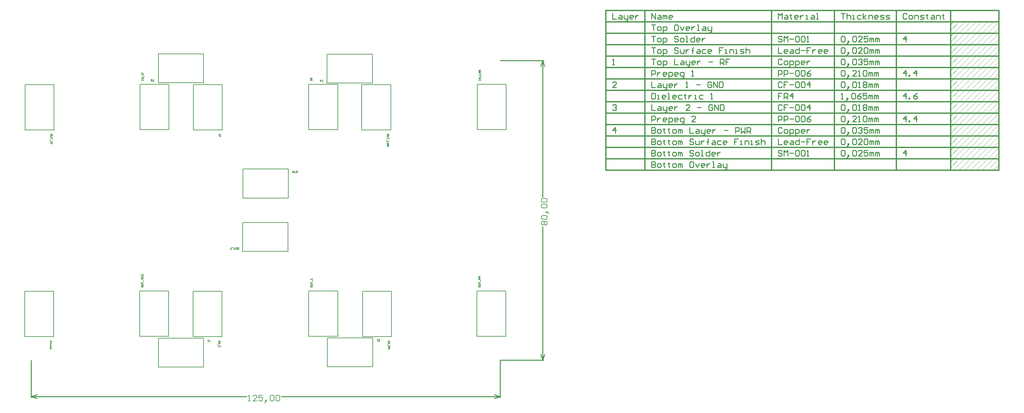
<source format=gbr>
%FSTAX44Y44*%
%MOMM*%
%SFA1B1*%

%IPPOS*%
%ADD94C,0.152400*%
%ADD96C,0.253999*%
%ADD97C,0.127000*%
%ADD124C,0.025400*%
%ADD126C,0.380999*%
%LNradar_1ghz_mechanical_29-1*%
%LPD*%
G54D94*
X01362984Y-00439112D02*
X01360445Y-00436573D01*
Y-00431494*
X01362984Y-00428955*
X01365523*
X01368063Y-00431494*
X01370602Y-00428955*
X01373141*
X0137568Y-00431494*
Y-00436573*
X01373141Y-00439112*
X01370602*
X01368063Y-00436573*
X01365523Y-00439112*
X01362984*
X01368063Y-00436573D02*
Y-00431494D01*
X01362984Y-00423877D02*
X01360445Y-00421338D01*
Y-00416259*
X01362984Y-0041372*
X01373141*
X0137568Y-00416259*
Y-00421338*
X01373141Y-00423877*
X01362984*
X01378219Y-00406103D02*
X0137568Y-00403563D01*
X01373141*
Y-00406103*
X0137568*
Y-00403563*
X01378219Y-00406103*
X01380758Y-00408642*
X01362984Y-00393407D02*
X01360445Y-00390867D01*
Y-00385789*
X01362984Y-0038325*
X01373141*
X0137568Y-00385789*
Y-00390867*
X01373141Y-00393407*
X01362984*
Y-00378171D02*
X01360445Y-00375632D01*
Y-00370554*
X01362984Y-00368015*
X01373141*
X0137568Y-00370554*
Y-00375632*
X01373141Y-00378171*
X01362984*
X00579039Y-0090868D02*
X00584117D01*
X00581578*
Y-00893445*
X00579039Y-00895984*
X00601892Y-0090868D02*
X00591735D01*
X00601892Y-00898523*
Y-00895984*
X00599352Y-00893445*
X00594274*
X00591735Y-00895984*
X00617127Y-00893445D02*
X0060697D01*
Y-00901062*
X00612048Y-00898523*
X00614588*
X00617127Y-00901062*
Y-00906141*
X00614588Y-0090868*
X00609509*
X0060697Y-00906141*
X00624744Y-00911219D02*
X00627283Y-0090868D01*
Y-00906141*
X00624744*
Y-0090868*
X00627283*
X00624744Y-00911219*
X00622205Y-00913758*
X0063744Y-00895984D02*
X00639979Y-00893445D01*
X00645058*
X00647597Y-00895984*
Y-00906141*
X00645058Y-0090868*
X00639979*
X0063744Y-00906141*
Y-00895984*
X00652675D02*
X00655214Y-00893445D01*
X00660293*
X00662832Y-00895984*
Y-00906141*
X00660293Y-0090868*
X00655214*
X00652675Y-00906141*
Y-00895984*
G54D96*
X01363999Y00000499D02*
X01369079Y-00014739D01*
X01358919D02*
X01363999Y00000499D01*
X01358919Y-00784259D02*
X01363999Y-00799499D01*
X01369079Y-00784259*
X01363999Y-00363951D02*
Y00000499D01*
Y-00799499D02*
Y-00443176D01*
X0125Y00000499D02*
X0136654D01*
X0125Y-00799499D02*
X0136654D01*
X0Y-00896999D02*
X0001524Y-00891919D01*
X0Y-00896999D02*
X0001524Y-00902079D01*
X01234759D02*
X01249999Y-00896999D01*
X01234759Y-00891919D02*
X01249999Y-00896999D01*
X0D02*
X00574975D01*
X00666896D02*
X01249999D01*
X0Y-00899539D02*
Y-00799999D01*
X01249999Y-00899539D02*
Y-00799999D01*
X01549939Y00126614D02*
Y00111379D01*
X01560096*
X01567714Y00121536D02*
X01572792D01*
X01575331Y00118997*
Y00111379*
X01567714*
X01565174Y00113919*
X01567714Y00116458*
X01575331*
X0158041Y00121536D02*
Y00113919D01*
X01582949Y00111379*
X01590566*
Y0010884*
X01588027Y00106301*
X01585488*
X01590566Y00111379D02*
Y00121536D01*
X01603262Y00111379D02*
X01598184D01*
X01595645Y00113919*
Y00118997*
X01598184Y00121536*
X01603262*
X01605801Y00118997*
Y00116458*
X01595645*
X01610879Y00121536D02*
Y00111379D01*
Y00116458*
X01613419Y00118997*
X01615958Y00121536*
X01618497*
X01557557Y-00193419D02*
Y-00178184D01*
X01549939Y-00185802*
X01560096*
X01549939Y-00119764D02*
X01552478Y-00117224D01*
X01557557*
X01560096Y-00119764*
Y-00122303*
X01557557Y-00124842*
X01555018*
X01557557*
X01560096Y-00127381*
Y-0012992*
X01557557Y-00132459*
X01552478*
X01549939Y-0012992*
X01560096Y-00071499D02*
X01549939D01*
X01560096Y-00061343*
Y-00058804*
X01557557Y-00056264*
X01552478*
X01549939Y-00058804*
Y-00010539D02*
X01555018D01*
X01552478*
Y00004694*
X01549939Y00002155*
X01654057Y00111379D02*
Y00126614D01*
X01664214Y00111379*
Y00126614*
X01671831Y00121536D02*
X0167691D01*
X01679449Y00118997*
Y00111379*
X01671831*
X01669292Y00113919*
X01671831Y00116458*
X01679449*
X01684527Y00111379D02*
Y00121536D01*
X01687066*
X01689605Y00118997*
Y00111379*
Y00118997*
X01692145Y00121536*
X01694684Y00118997*
Y00111379*
X0170738D02*
X01702302D01*
X01699762Y00113919*
Y00118997*
X01702302Y00121536*
X0170738*
X01709919Y00118997*
Y00116458*
X01699762*
X01654057Y-00269624D02*
Y-00284859D01*
X01661675*
X01664214Y-0028232*
Y-00279781*
X01661675Y-00277242*
X01654057*
X01661675*
X01664214Y-00274703*
Y-00272164*
X01661675Y-00269624*
X01654057*
X01671831Y-00284859D02*
X0167691D01*
X01679449Y-0028232*
Y-00277242*
X0167691Y-00274703*
X01671831*
X01669292Y-00277242*
Y-0028232*
X01671831Y-00284859*
X01687066Y-00272164D02*
Y-00274703D01*
X01684527*
X01689605*
X01687066*
Y-0028232*
X01689605Y-00284859*
X01699762Y-00272164D02*
Y-00274703D01*
X01697223*
X01702301*
X01699762*
Y-0028232*
X01702301Y-00284859*
X01712458D02*
X01717537D01*
X01720076Y-0028232*
Y-00277242*
X01717537Y-00274703*
X01712458*
X01709919Y-00277242*
Y-0028232*
X01712458Y-00284859*
X01725154D02*
Y-00274703D01*
X01727693*
X01730233Y-00277242*
Y-00284859*
Y-00277242*
X01732772Y-00274703*
X01735311Y-00277242*
Y-00284859*
X01763242Y-00269624D02*
X01758163D01*
X01755624Y-00272164*
Y-0028232*
X01758163Y-00284859*
X01763242*
X01765781Y-0028232*
Y-00272164*
X01763242Y-00269624*
X01770859Y-00274703D02*
X01775938Y-00284859D01*
X01781016Y-00274703*
X01793712Y-00284859D02*
X01788633D01*
X01786094Y-0028232*
Y-00277242*
X01788633Y-00274703*
X01793712*
X01796251Y-00277242*
Y-00279781*
X01786094*
X01801329Y-00274703D02*
Y-00284859D01*
Y-00279781*
X01803869Y-00277242*
X01806408Y-00274703*
X01808947*
X01816565Y-00284859D02*
X01821643D01*
X01819104*
Y-00269624*
X01816565*
X01831799Y-00274703D02*
X01836878D01*
X01839417Y-00277242*
Y-00284859*
X01831799*
X01829261Y-0028232*
X01831799Y-00279781*
X01839417*
X01844496Y-00274703D02*
Y-0028232D01*
X01847035Y-00284859*
X01854652*
Y-00287398*
X01852113Y-00289938*
X01849574*
X01854652Y-00284859D02*
Y-00274703D01*
X01654057Y-00239144D02*
Y-00254379D01*
X01661675*
X01664214Y-0025184*
Y-00249301*
X01661675Y-00246762*
X01654057*
X01661675*
X01664214Y-00244223*
Y-00241684*
X01661675Y-00239144*
X01654057*
X01671831Y-00254379D02*
X0167691D01*
X01679449Y-0025184*
Y-00246762*
X0167691Y-00244223*
X01671831*
X01669292Y-00246762*
Y-0025184*
X01671831Y-00254379*
X01687066Y-00241684D02*
Y-00244223D01*
X01684527*
X01689605*
X01687066*
Y-0025184*
X01689605Y-00254379*
X01699762Y-00241684D02*
Y-00244223D01*
X01697223*
X01702301*
X01699762*
Y-0025184*
X01702301Y-00254379*
X01712458D02*
X01717537D01*
X01720076Y-0025184*
Y-00246762*
X01717537Y-00244223*
X01712458*
X01709919Y-00246762*
Y-0025184*
X01712458Y-00254379*
X01725154D02*
Y-00244223D01*
X01727693*
X01730233Y-00246762*
Y-00254379*
Y-00246762*
X01732772Y-00244223*
X01735311Y-00246762*
Y-00254379*
X01765781Y-00241684D02*
X01763242Y-00239144D01*
X01758163*
X01755624Y-00241684*
Y-00244223*
X01758163Y-00246762*
X01763242*
X01765781Y-00249301*
Y-0025184*
X01763242Y-00254379*
X01758163*
X01755624Y-0025184*
X01773398Y-00254379D02*
X01778477D01*
X01781016Y-0025184*
Y-00246762*
X01778477Y-00244223*
X01773398*
X01770859Y-00246762*
Y-0025184*
X01773398Y-00254379*
X01786094D02*
X01791173D01*
X01788633*
Y-00239144*
X01786094*
X01808947D02*
Y-00254379D01*
X01801329*
X0179879Y-0025184*
Y-00246762*
X01801329Y-00244223*
X01808947*
X01821643Y-00254379D02*
X01816565D01*
X01814025Y-0025184*
Y-00246762*
X01816565Y-00244223*
X01821643*
X01824182Y-00246762*
Y-00249301*
X01814025*
X01829261Y-00244223D02*
Y-00254379D01*
Y-00249301*
X01831799Y-00246762*
X01834339Y-00244223*
X01836878*
X01654057Y-00208664D02*
Y-00223899D01*
X01661675*
X01664214Y-0022136*
Y-00218821*
X01661675Y-00216282*
X01654057*
X01661675*
X01664214Y-00213743*
Y-00211204*
X01661675Y-00208664*
X01654057*
X01671831Y-00223899D02*
X0167691D01*
X01679449Y-0022136*
Y-00216282*
X0167691Y-00213743*
X01671831*
X01669292Y-00216282*
Y-0022136*
X01671831Y-00223899*
X01687066Y-00211204D02*
Y-00213743D01*
X01684527*
X01689605*
X01687066*
Y-0022136*
X01689605Y-00223899*
X01699762Y-00211204D02*
Y-00213743D01*
X01697223*
X01702301*
X01699762*
Y-0022136*
X01702301Y-00223899*
X01712458D02*
X01717537D01*
X01720076Y-0022136*
Y-00216282*
X01717537Y-00213743*
X01712458*
X01709919Y-00216282*
Y-0022136*
X01712458Y-00223899*
X01725154D02*
Y-00213743D01*
X01727693*
X01730233Y-00216282*
Y-00223899*
Y-00216282*
X01732772Y-00213743*
X01735311Y-00216282*
Y-00223899*
X01765781Y-00211204D02*
X01763242Y-00208664D01*
X01758163*
X01755624Y-00211204*
Y-00213743*
X01758163Y-00216282*
X01763242*
X01765781Y-00218821*
Y-0022136*
X01763242Y-00223899*
X01758163*
X01755624Y-0022136*
X01770859Y-00213743D02*
Y-0022136D01*
X01773398Y-00223899*
X01781016*
Y-00213743*
X01786094D02*
Y-00223899D01*
Y-00218821*
X01788633Y-00216282*
X01791173Y-00213743*
X01793712*
X01803869Y-00223899D02*
Y-00211204D01*
Y-00216282*
X01801329*
X01806408*
X01803869*
Y-00211204*
X01806408Y-00208664*
X01816565Y-00213743D02*
X01821643D01*
X01824182Y-00216282*
Y-00223899*
X01816565*
X01814025Y-0022136*
X01816565Y-00218821*
X01824182*
X01839417Y-00213743D02*
X01831799D01*
X01829261Y-00216282*
Y-0022136*
X01831799Y-00223899*
X01839417*
X01852113D02*
X01847035D01*
X01844496Y-0022136*
Y-00216282*
X01847035Y-00213743*
X01852113*
X01854652Y-00216282*
Y-00218821*
X01844496*
X01885122Y-00208664D02*
X01874966D01*
Y-00216282*
X01880044*
X01874966*
Y-00223899*
X01890201D02*
X01895279D01*
X0189274*
Y-00213743*
X01890201*
X01902897Y-00223899D02*
Y-00213743D01*
X01910514*
X01913053Y-00216282*
Y-00223899*
X01918132D02*
X0192321D01*
X01920671*
Y-00213743*
X01918132*
X01930827Y-00223899D02*
X01938445D01*
X01940984Y-0022136*
X01938445Y-00218821*
X01933367*
X01930827Y-00216282*
X01933367Y-00213743*
X01940984*
X01946063Y-00208664D02*
Y-00223899D01*
Y-00216282*
X01948602Y-00213743*
X0195368*
X01956219Y-00216282*
Y-00223899*
X01654057Y-00178184D02*
Y-00193419D01*
X01661675*
X01664214Y-0019088*
Y-00188341*
X01661675Y-00185802*
X01654057*
X01661675*
X01664214Y-00183263*
Y-00180724*
X01661675Y-00178184*
X01654057*
X01671831Y-00193419D02*
X0167691D01*
X01679449Y-0019088*
Y-00185802*
X0167691Y-00183263*
X01671831*
X01669292Y-00185802*
Y-0019088*
X01671831Y-00193419*
X01687066Y-00180724D02*
Y-00183263D01*
X01684527*
X01689605*
X01687066*
Y-0019088*
X01689605Y-00193419*
X01699762Y-00180724D02*
Y-00183263D01*
X01697223*
X01702301*
X01699762*
Y-0019088*
X01702301Y-00193419*
X01712458D02*
X01717537D01*
X01720076Y-0019088*
Y-00185802*
X01717537Y-00183263*
X01712458*
X01709919Y-00185802*
Y-0019088*
X01712458Y-00193419*
X01725154D02*
Y-00183263D01*
X01727693*
X01730233Y-00185802*
Y-00193419*
Y-00185802*
X01732772Y-00183263*
X01735311Y-00185802*
Y-00193419*
X01755624Y-00178184D02*
Y-00193419D01*
X01765781*
X01773398Y-00183263D02*
X01778477D01*
X01781016Y-00185802*
Y-00193419*
X01773398*
X01770859Y-0019088*
X01773398Y-00188341*
X01781016*
X01786094Y-00183263D02*
Y-0019088D01*
X01788633Y-00193419*
X01796251*
Y-00195958*
X01793712Y-00198498*
X01791173*
X01796251Y-00193419D02*
Y-00183263D01*
X01808947Y-00193419D02*
X01803869D01*
X01801329Y-0019088*
Y-00185802*
X01803869Y-00183263*
X01808947*
X01811486Y-00185802*
Y-00188341*
X01801329*
X01816565Y-00183263D02*
Y-00193419D01*
Y-00188341*
X01819104Y-00185802*
X01821643Y-00183263*
X01824182*
X01847035Y-00185802D02*
X01857191D01*
X01877505Y-00193419D02*
Y-00178184D01*
X01885122*
X01887661Y-00180724*
Y-00185802*
X01885122Y-00188341*
X01877505*
X0189274Y-00178184D02*
Y-00193419D01*
X01897818Y-00188341*
X01902897Y-00193419*
Y-00178184*
X01907975Y-00193419D02*
Y-00178184D01*
X01915593*
X01918132Y-00180724*
Y-00185802*
X01915593Y-00188341*
X01907975*
X01913053D02*
X01918132Y-00193419D01*
X01654057Y-00162939D02*
Y-00147704D01*
X01661675*
X01664214Y-00150244*
Y-00155322*
X01661675Y-00157861*
X01654057*
X01669292Y-00152783D02*
Y-00162939D01*
Y-00157861*
X01671831Y-00155322*
X01674371Y-00152783*
X0167691*
X01692145Y-00162939D02*
X01687066D01*
X01684527Y-001604*
Y-00155322*
X01687066Y-00152783*
X01692145*
X01694684Y-00155322*
Y-00157861*
X01684527*
X01699762Y-00168018D02*
Y-00152783D01*
X0170738*
X01709919Y-00155322*
Y-001604*
X0170738Y-00162939*
X01699762*
X01722615D02*
X01717537D01*
X01714997Y-001604*
Y-00155322*
X01717537Y-00152783*
X01722615*
X01725154Y-00155322*
Y-00157861*
X01714997*
X01735311Y-00168018D02*
X0173785D01*
X01740389Y-00165478*
Y-00152783*
X01732772*
X01730233Y-00155322*
Y-001604*
X01732772Y-00162939*
X01740389*
X01770859D02*
X01760703D01*
X01770859Y-00152783*
Y-00150244*
X0176832Y-00147704*
X01763242*
X01760703Y-00150244*
X01654057Y-00117224D02*
Y-00132459D01*
X01664214*
X01671831Y-00122303D02*
X0167691D01*
X01679449Y-00124842*
Y-00132459*
X01671831*
X01669292Y-0012992*
X01671831Y-00127381*
X01679449*
X01684527Y-00122303D02*
Y-0012992D01*
X01687066Y-00132459*
X01694684*
Y-00134998*
X01692145Y-00137538*
X01689605*
X01694684Y-00132459D02*
Y-00122303D01*
X0170738Y-00132459D02*
X01702302D01*
X01699762Y-0012992*
Y-00124842*
X01702302Y-00122303*
X0170738*
X01709919Y-00124842*
Y-00127381*
X01699762*
X01714997Y-00122303D02*
Y-00132459D01*
Y-00127381*
X01717537Y-00124842*
X01720076Y-00122303*
X01722615*
X01755624Y-00132459D02*
X01745467D01*
X01755624Y-00122303*
Y-00119764*
X01753085Y-00117224*
X01748007*
X01745467Y-00119764*
X01775938Y-00124842D02*
X01786094D01*
X01816565Y-00119764D02*
X01814025Y-00117224D01*
X01808947*
X01806408Y-00119764*
Y-0012992*
X01808947Y-00132459*
X01814025*
X01816565Y-0012992*
Y-00124842*
X01811486*
X01821643Y-00132459D02*
Y-00117224D01*
X01831799Y-00132459*
Y-00117224*
X01836878D02*
Y-00132459D01*
X01844496*
X01847035Y-0012992*
Y-00119764*
X01844496Y-00117224*
X01836878*
X01654057Y-00086744D02*
Y-00101979D01*
X01661675*
X01664214Y-0009944*
Y-00089284*
X01661675Y-00086744*
X01654057*
X01669292Y-00101979D02*
X01674371D01*
X01671831*
Y-00091823*
X01669292*
X01689605Y-00101979D02*
X01684527D01*
X01681988Y-0009944*
Y-00094362*
X01684527Y-00091823*
X01689605*
X01692145Y-00094362*
Y-00096901*
X01681988*
X01697223Y-00101979D02*
X01702301D01*
X01699762*
Y-00086744*
X01697223*
X01717537Y-00101979D02*
X01712458D01*
X01709919Y-0009944*
Y-00094362*
X01712458Y-00091823*
X01717537*
X01720076Y-00094362*
Y-00096901*
X01709919*
X01735311Y-00091823D02*
X01727693D01*
X01725154Y-00094362*
Y-0009944*
X01727693Y-00101979*
X01735311*
X01742928Y-00089284D02*
Y-00091823D01*
X01740389*
X01745467*
X01742928*
Y-0009944*
X01745467Y-00101979*
X01753085Y-00091823D02*
Y-00101979D01*
Y-00096901*
X01755624Y-00094362*
X01758163Y-00091823*
X01760702*
X0176832Y-00101979D02*
X01773398D01*
X01770859*
Y-00091823*
X0176832*
X01791173D02*
X01783555D01*
X01781016Y-00094362*
Y-0009944*
X01783555Y-00101979*
X01791173*
X01811486D02*
X01816565D01*
X01814025*
Y-00086744*
X01811486Y-00089284*
X01654057Y-00056264D02*
Y-00071499D01*
X01664214*
X01671831Y-00061343D02*
X0167691D01*
X01679449Y-00063882*
Y-00071499*
X01671831*
X01669292Y-0006896*
X01671831Y-00066421*
X01679449*
X01684527Y-00061343D02*
Y-0006896D01*
X01687066Y-00071499*
X01694684*
Y-00074038*
X01692145Y-00076578*
X01689605*
X01694684Y-00071499D02*
Y-00061343D01*
X0170738Y-00071499D02*
X01702302D01*
X01699762Y-0006896*
Y-00063882*
X01702302Y-00061343*
X0170738*
X01709919Y-00063882*
Y-00066421*
X01699762*
X01714997Y-00061343D02*
Y-00071499D01*
Y-00066421*
X01717537Y-00063882*
X01720076Y-00061343*
X01722615*
X01745467Y-00071499D02*
X01750546D01*
X01748007*
Y-00056264*
X01745467Y-00058804*
X01773398Y-00063882D02*
X01783555D01*
X01814025Y-00058804D02*
X01811486Y-00056264D01*
X01806408*
X01803869Y-00058804*
Y-0006896*
X01806408Y-00071499*
X01811486*
X01814025Y-0006896*
Y-00063882*
X01808947*
X01819104Y-00071499D02*
Y-00056264D01*
X01829261Y-00071499*
Y-00056264*
X01834339D02*
Y-00071499D01*
X01841956*
X01844496Y-0006896*
Y-00058804*
X01841956Y-00056264*
X01834339*
X01654057Y-00041019D02*
Y-00025784D01*
X01661675*
X01664214Y-00028324*
Y-00033402*
X01661675Y-00035941*
X01654057*
X01669292Y-00030863D02*
Y-00041019D01*
Y-00035941*
X01671831Y-00033402*
X01674371Y-00030863*
X0167691*
X01692145Y-00041019D02*
X01687066D01*
X01684527Y-0003848*
Y-00033402*
X01687066Y-00030863*
X01692145*
X01694684Y-00033402*
Y-00035941*
X01684527*
X01699762Y-00046098D02*
Y-00030863D01*
X0170738*
X01709919Y-00033402*
Y-0003848*
X0170738Y-00041019*
X01699762*
X01722615D02*
X01717537D01*
X01714997Y-0003848*
Y-00033402*
X01717537Y-00030863*
X01722615*
X01725154Y-00033402*
Y-00035941*
X01714997*
X01735311Y-00046098D02*
X0173785D01*
X01740389Y-00043558*
Y-00030863*
X01732772*
X01730233Y-00033402*
Y-0003848*
X01732772Y-00041019*
X01740389*
X01760703D02*
X01765781D01*
X01763242*
Y-00025784*
X01760703Y-00028324*
X01654057Y00004694D02*
X01664214D01*
X01659135*
Y-00010539*
X01671831D02*
X0167691D01*
X01679449Y-00008*
Y-00002922*
X0167691Y-00000383*
X01671831*
X01669292Y-00002922*
Y-00008*
X01671831Y-00010539*
X01684527Y-00015618D02*
Y-00000383D01*
X01692145*
X01694684Y-00002922*
Y-00008*
X01692145Y-00010539*
X01684527*
X01714997Y00004694D02*
Y-00010539D01*
X01725154*
X01732772Y-00000383D02*
X0173785D01*
X01740389Y-00002922*
Y-00010539*
X01732772*
X01730233Y-00008*
X01732772Y-00005461*
X01740389*
X01745467Y-00000383D02*
Y-00008D01*
X01748007Y-00010539*
X01755624*
Y-00013078*
X01753085Y-00015618*
X01750546*
X01755624Y-00010539D02*
Y-00000383D01*
X0176832Y-00010539D02*
X01763242D01*
X01760703Y-00008*
Y-00002922*
X01763242Y-00000383*
X0176832*
X01770859Y-00002922*
Y-00005461*
X01760703*
X01775938Y-00000383D02*
Y-00010539D01*
Y-00005461*
X01778477Y-00002922*
X01781016Y-00000383*
X01783555*
X01806408Y-00002922D02*
X01816565D01*
X01836878Y-00010539D02*
Y00004694D01*
X01844496*
X01847035Y00002155*
Y-00002922*
X01844496Y-00005461*
X01836878*
X01841956D02*
X01847035Y-00010539D01*
X0186227Y00004694D02*
X01852113D01*
Y-00002922*
X01857191*
X01852113*
Y-00010539*
X01654057Y00035174D02*
X01664214D01*
X01659135*
Y00019939*
X01671831D02*
X0167691D01*
X01679449Y00022479*
Y00027557*
X0167691Y00030096*
X01671831*
X01669292Y00027557*
Y00022479*
X01671831Y00019939*
X01684527Y00014861D02*
Y00030096D01*
X01692145*
X01694684Y00027557*
Y00022479*
X01692145Y00019939*
X01684527*
X01725154Y00032635D02*
X01722615Y00035174D01*
X01717537*
X01714997Y00032635*
Y00030096*
X01717537Y00027557*
X01722615*
X01725154Y00025018*
Y00022479*
X01722615Y00019939*
X01717537*
X01714997Y00022479*
X01730233Y00030096D02*
Y00022479D01*
X01732772Y00019939*
X01740389*
Y00030096*
X01745467D02*
Y00019939D01*
Y00025018*
X01748007Y00027557*
X01750546Y00030096*
X01753085*
X01763242Y00019939D02*
Y00032635D01*
Y00027557*
X01760703*
X01765781*
X01763242*
Y00032635*
X01765781Y00035174*
X01775938Y00030096D02*
X01781016D01*
X01783555Y00027557*
Y00019939*
X01775938*
X01773398Y00022479*
X01775938Y00025018*
X01783555*
X0179879Y00030096D02*
X01791173D01*
X01788633Y00027557*
Y00022479*
X01791173Y00019939*
X0179879*
X01811486D02*
X01806408D01*
X01803869Y00022479*
Y00027557*
X01806408Y00030096*
X01811486*
X01814025Y00027557*
Y00025018*
X01803869*
X01844496Y00035174D02*
X01834339D01*
Y00027557*
X01839417*
X01834339*
Y00019939*
X01849574D02*
X01854652D01*
X01852113*
Y00030096*
X01849574*
X0186227Y00019939D02*
Y00030096D01*
X01869887*
X01872427Y00027557*
Y00019939*
X01877505D02*
X01882583D01*
X01880044*
Y00030096*
X01877505*
X01890201Y00019939D02*
X01897818D01*
X01900357Y00022479*
X01897818Y00025018*
X0189274*
X01890201Y00027557*
X0189274Y00030096*
X01900357*
X01905436Y00035174D02*
Y00019939D01*
Y00027557*
X01907975Y00030096*
X01913053*
X01915593Y00027557*
Y00019939*
X01654057Y00065654D02*
X01664214D01*
X01659135*
Y00050419*
X01671831D02*
X0167691D01*
X01679449Y00052959*
Y00058037*
X0167691Y00060576*
X01671831*
X01669292Y00058037*
Y00052959*
X01671831Y00050419*
X01684527Y00045341D02*
Y00060576D01*
X01692145*
X01694684Y00058037*
Y00052959*
X01692145Y00050419*
X01684527*
X01725154Y00063115D02*
X01722615Y00065654D01*
X01717537*
X01714997Y00063115*
Y00060576*
X01717537Y00058037*
X01722615*
X01725154Y00055498*
Y00052959*
X01722615Y00050419*
X01717537*
X01714997Y00052959*
X01732772Y00050419D02*
X0173785D01*
X01740389Y00052959*
Y00058037*
X0173785Y00060576*
X01732772*
X01730233Y00058037*
Y00052959*
X01732772Y00050419*
X01745467D02*
X01750546D01*
X01748007*
Y00065654*
X01745467*
X0176832D02*
Y00050419D01*
X01760703*
X01758163Y00052959*
Y00058037*
X01760703Y00060576*
X0176832*
X01781016Y00050419D02*
X01775938D01*
X01773398Y00052959*
Y00058037*
X01775938Y00060576*
X01781016*
X01783555Y00058037*
Y00055498*
X01773398*
X01788633Y00060576D02*
Y00050419D01*
Y00055498*
X01791173Y00058037*
X01793712Y00060576*
X01796251*
X01654057Y00096134D02*
X01664214D01*
X01659135*
Y00080899*
X01671831D02*
X0167691D01*
X01679449Y00083439*
Y00088517*
X0167691Y00091056*
X01671831*
X01669292Y00088517*
Y00083439*
X01671831Y00080899*
X01684527Y00075821D02*
Y00091056D01*
X01692145*
X01694684Y00088517*
Y00083439*
X01692145Y00080899*
X01684527*
X01722615Y00096134D02*
X01717537D01*
X01714997Y00093595*
Y00083439*
X01717537Y00080899*
X01722615*
X01725154Y00083439*
Y00093595*
X01722615Y00096134*
X01730233Y00091056D02*
X01735311Y00080899D01*
X01740389Y00091056*
X01753085Y00080899D02*
X01748007D01*
X01745467Y00083439*
Y00088517*
X01748007Y00091056*
X01753085*
X01755624Y00088517*
Y00085978*
X01745467*
X01760703Y00091056D02*
Y00080899D01*
Y00085978*
X01763242Y00088517*
X01765781Y00091056*
X0176832*
X01775938Y00080899D02*
X01781016D01*
X01778477*
Y00096134*
X01775938*
X01791173Y00091056D02*
X01796251D01*
X0179879Y00088517*
Y00080899*
X01791173*
X01788633Y00083439*
X01791173Y00085978*
X0179879*
X01803869Y00091056D02*
Y00083439D01*
X01806408Y00080899*
X01814025*
Y0007836*
X01811486Y00075821*
X01808947*
X01814025Y00080899D02*
Y00091056D01*
X01991779Y00111379D02*
Y00126614D01*
X01996858Y00121536*
X02001936Y00126614*
Y00111379*
X02009554Y00121536D02*
X02014632D01*
X02017171Y00118997*
Y00111379*
X02009554*
X02007015Y00113919*
X02009554Y00116458*
X02017171*
X02024789Y00124075D02*
Y00121536D01*
X02022249*
X02027328*
X02024789*
Y00113919*
X02027328Y00111379*
X02042563D02*
X02037485D01*
X02034945Y00113919*
Y00118997*
X02037485Y00121536*
X02042563*
X02045102Y00118997*
Y00116458*
X02034945*
X02050181Y00121536D02*
Y00111379D01*
Y00116458*
X0205272Y00118997*
X02055259Y00121536*
X02057798*
X02065416Y00111379D02*
X02070494D01*
X02067955*
Y00121536*
X02065416*
X02080651D02*
X02085729D01*
X02088268Y00118997*
Y00111379*
X02080651*
X02078111Y00113919*
X02080651Y00116458*
X02088268*
X02093347Y00111379D02*
X02098425D01*
X02095886*
Y00126614*
X02093347*
X02001936Y-00241684D02*
X01999397Y-00239144D01*
X01994319*
X01991779Y-00241684*
Y-00244223*
X01994319Y-00246762*
X01999397*
X02001936Y-00249301*
Y-0025184*
X01999397Y-00254379*
X01994319*
X01991779Y-0025184*
X02007015Y-00254379D02*
Y-00239144D01*
X02012093Y-00244223*
X02017171Y-00239144*
Y-00254379*
X02022249Y-00246762D02*
X02032406D01*
X02037485Y-00241684D02*
X02040024Y-00239144D01*
X02045102*
X02047641Y-00241684*
Y-0025184*
X02045102Y-00254379*
X02040024*
X02037485Y-0025184*
Y-00241684*
X0205272D02*
X02055259Y-00239144D01*
X02060337*
X02062876Y-00241684*
Y-0025184*
X02060337Y-00254379*
X02055259*
X0205272Y-0025184*
Y-00241684*
X02067955Y-00254379D02*
X02073033D01*
X02070494*
Y-00239144*
X02067955Y-00241684*
X01991779Y-00208664D02*
Y-00223899D01*
X02001936*
X02014632D02*
X02009554D01*
X02007015Y-0022136*
Y-00216282*
X02009554Y-00213743*
X02014632*
X02017171Y-00216282*
Y-00218821*
X02007015*
X02024789Y-00213743D02*
X02029867D01*
X02032406Y-00216282*
Y-00223899*
X02024789*
X02022249Y-0022136*
X02024789Y-00218821*
X02032406*
X02047641Y-00208664D02*
Y-00223899D01*
X02040024*
X02037485Y-0022136*
Y-00216282*
X02040024Y-00213743*
X02047641*
X0205272Y-00216282D02*
X02062876D01*
X02078111Y-00208664D02*
X02067955D01*
Y-00216282*
X02073033*
X02067955*
Y-00223899*
X0208319Y-00213743D02*
Y-00223899D01*
Y-00218821*
X02085729Y-00216282*
X02088268Y-00213743*
X02090807*
X02106042Y-00223899D02*
X02100964D01*
X02098425Y-0022136*
Y-00216282*
X02100964Y-00213743*
X02106042*
X02108582Y-00216282*
Y-00218821*
X02098425*
X02121277Y-00223899D02*
X02116199D01*
X0211366Y-0022136*
Y-00216282*
X02116199Y-00213743*
X02121277*
X02123817Y-00216282*
Y-00218821*
X0211366*
X02001936Y-00180724D02*
X01999397Y-00178184D01*
X01994319*
X01991779Y-00180724*
Y-0019088*
X01994319Y-00193419*
X01999397*
X02001936Y-0019088*
X02009554Y-00193419D02*
X02014632D01*
X02017171Y-0019088*
Y-00185802*
X02014632Y-00183263*
X02009554*
X02007015Y-00185802*
Y-0019088*
X02009554Y-00193419*
X02022249Y-00198498D02*
Y-00183263D01*
X02029867*
X02032406Y-00185802*
Y-0019088*
X02029867Y-00193419*
X02022249*
X02037485Y-00198498D02*
Y-00183263D01*
X02045102*
X02047641Y-00185802*
Y-0019088*
X02045102Y-00193419*
X02037485*
X02060337D02*
X02055259D01*
X0205272Y-0019088*
Y-00185802*
X02055259Y-00183263*
X02060337*
X02062876Y-00185802*
Y-00188341*
X0205272*
X02067955Y-00183263D02*
Y-00193419D01*
Y-00188341*
X02070494Y-00185802*
X02073033Y-00183263*
X02075572*
X01991779Y-00162939D02*
Y-00147704D01*
X01999397*
X02001936Y-00150244*
Y-00155322*
X01999397Y-00157861*
X01991779*
X02007015Y-00162939D02*
Y-00147704D01*
X02014632*
X02017171Y-00150244*
Y-00155322*
X02014632Y-00157861*
X02007015*
X02022249Y-00155322D02*
X02032406D01*
X02037485Y-00150244D02*
X02040024Y-00147704D01*
X02045102*
X02047641Y-00150244*
Y-001604*
X02045102Y-00162939*
X02040024*
X02037485Y-001604*
Y-00150244*
X0205272D02*
X02055259Y-00147704D01*
X02060337*
X02062876Y-00150244*
Y-001604*
X02060337Y-00162939*
X02055259*
X0205272Y-001604*
Y-00150244*
X02078111Y-00147704D02*
X02073033Y-00150244D01*
X02067955Y-00155322*
Y-001604*
X02070494Y-00162939*
X02075572*
X02078111Y-001604*
Y-00157861*
X02075572Y-00155322*
X02067955*
X02001936Y-00119764D02*
X01999397Y-00117224D01*
X01994319*
X01991779Y-00119764*
Y-0012992*
X01994319Y-00132459*
X01999397*
X02001936Y-0012992*
X02017171Y-00117224D02*
X02007015D01*
Y-00124842*
X02012093*
X02007015*
Y-00132459*
X02022249Y-00124842D02*
X02032406D01*
X02037485Y-00119764D02*
X02040024Y-00117224D01*
X02045102*
X02047641Y-00119764*
Y-0012992*
X02045102Y-00132459*
X02040024*
X02037485Y-0012992*
Y-00119764*
X0205272D02*
X02055259Y-00117224D01*
X02060337*
X02062876Y-00119764*
Y-0012992*
X02060337Y-00132459*
X02055259*
X0205272Y-0012992*
Y-00119764*
X02075572Y-00132459D02*
Y-00117224D01*
X02067955Y-00124842*
X02078111*
X02001936Y-00086744D02*
X01991779D01*
Y-00094362*
X01996858*
X01991779*
Y-00101979*
X02007015D02*
Y-00086744D01*
X02014632*
X02017171Y-00089284*
Y-00094362*
X02014632Y-00096901*
X02007015*
X02012093D02*
X02017171Y-00101979D01*
X02029867D02*
Y-00086744D01*
X02022249Y-00094362*
X02032406*
X02001936Y-00058804D02*
X01999397Y-00056264D01*
X01994319*
X01991779Y-00058804*
Y-0006896*
X01994319Y-00071499*
X01999397*
X02001936Y-0006896*
X02017171Y-00056264D02*
X02007015D01*
Y-00063882*
X02012093*
X02007015*
Y-00071499*
X02022249Y-00063882D02*
X02032406D01*
X02037485Y-00058804D02*
X02040024Y-00056264D01*
X02045102*
X02047641Y-00058804*
Y-0006896*
X02045102Y-00071499*
X02040024*
X02037485Y-0006896*
Y-00058804*
X0205272D02*
X02055259Y-00056264D01*
X02060337*
X02062876Y-00058804*
Y-0006896*
X02060337Y-00071499*
X02055259*
X0205272Y-0006896*
Y-00058804*
X02075572Y-00071499D02*
Y-00056264D01*
X02067955Y-00063882*
X02078111*
X01991779Y-00041019D02*
Y-00025784D01*
X01999397*
X02001936Y-00028324*
Y-00033402*
X01999397Y-00035941*
X01991779*
X02007015Y-00041019D02*
Y-00025784D01*
X02014632*
X02017171Y-00028324*
Y-00033402*
X02014632Y-00035941*
X02007015*
X02022249Y-00033402D02*
X02032406D01*
X02037485Y-00028324D02*
X02040024Y-00025784D01*
X02045102*
X02047641Y-00028324*
Y-0003848*
X02045102Y-00041019*
X02040024*
X02037485Y-0003848*
Y-00028324*
X0205272D02*
X02055259Y-00025784D01*
X02060337*
X02062876Y-00028324*
Y-0003848*
X02060337Y-00041019*
X02055259*
X0205272Y-0003848*
Y-00028324*
X02078111Y-00025784D02*
X02073033Y-00028324D01*
X02067955Y-00033402*
Y-0003848*
X02070494Y-00041019*
X02075572*
X02078111Y-0003848*
Y-00035941*
X02075572Y-00033402*
X02067955*
X02001936Y00002155D02*
X01999397Y00004694D01*
X01994319*
X01991779Y00002155*
Y-00008*
X01994319Y-00010539*
X01999397*
X02001936Y-00008*
X02009554Y-00010539D02*
X02014632D01*
X02017171Y-00008*
Y-00002922*
X02014632Y-00000383*
X02009554*
X02007015Y-00002922*
Y-00008*
X02009554Y-00010539*
X02022249Y-00015618D02*
Y-00000383D01*
X02029867*
X02032406Y-00002922*
Y-00008*
X02029867Y-00010539*
X02022249*
X02037485Y-00015618D02*
Y-00000383D01*
X02045102*
X02047641Y-00002922*
Y-00008*
X02045102Y-00010539*
X02037485*
X02060337D02*
X02055259D01*
X0205272Y-00008*
Y-00002922*
X02055259Y-00000383*
X02060337*
X02062876Y-00002922*
Y-00005461*
X0205272*
X02067955Y-00000383D02*
Y-00010539D01*
Y-00005461*
X02070494Y-00002922*
X02073033Y-00000383*
X02075572*
X01991779Y00035174D02*
Y00019939D01*
X02001936*
X02014632D02*
X02009554D01*
X02007015Y00022479*
Y00027557*
X02009554Y00030096*
X02014632*
X02017171Y00027557*
Y00025018*
X02007015*
X02024789Y00030096D02*
X02029867D01*
X02032406Y00027557*
Y00019939*
X02024789*
X02022249Y00022479*
X02024789Y00025018*
X02032406*
X02047641Y00035174D02*
Y00019939D01*
X02040024*
X02037485Y00022479*
Y00027557*
X02040024Y00030096*
X02047641*
X0205272Y00027557D02*
X02062876D01*
X02078111Y00035174D02*
X02067955D01*
Y00027557*
X02073033*
X02067955*
Y00019939*
X0208319Y00030096D02*
Y00019939D01*
Y00025018*
X02085729Y00027557*
X02088268Y00030096*
X02090807*
X02106042Y00019939D02*
X02100964D01*
X02098425Y00022479*
Y00027557*
X02100964Y00030096*
X02106042*
X02108582Y00027557*
Y00025018*
X02098425*
X02121277Y00019939D02*
X02116199D01*
X0211366Y00022479*
Y00027557*
X02116199Y00030096*
X02121277*
X02123817Y00027557*
Y00025018*
X0211366*
X02001936Y00063115D02*
X01999397Y00065654D01*
X01994319*
X01991779Y00063115*
Y00060576*
X01994319Y00058037*
X01999397*
X02001936Y00055498*
Y00052959*
X01999397Y00050419*
X01994319*
X01991779Y00052959*
X02007015Y00050419D02*
Y00065654D01*
X02012093Y00060576*
X02017171Y00065654*
Y00050419*
X02022249Y00058037D02*
X02032406D01*
X02037485Y00063115D02*
X02040024Y00065654D01*
X02045102*
X02047641Y00063115*
Y00052959*
X02045102Y00050419*
X02040024*
X02037485Y00052959*
Y00063115*
X0205272D02*
X02055259Y00065654D01*
X02060337*
X02062876Y00063115*
Y00052959*
X02060337Y00050419*
X02055259*
X0205272Y00052959*
Y00063115*
X02067955Y00050419D02*
X02073033D01*
X02070494*
Y00065654*
X02067955Y00063115*
X02159377Y00126614D02*
X02169533D01*
X02164455*
Y00111379*
X02174612Y00126614D02*
Y00111379D01*
Y00118997*
X02177151Y00121536*
X02182229*
X02184769Y00118997*
Y00111379*
X02189847D02*
X02194925D01*
X02192386*
Y00121536*
X02189847*
X02212699D02*
X02205082D01*
X02202543Y00118997*
Y00113919*
X02205082Y00111379*
X02212699*
X02217778D02*
Y00126614D01*
Y00116458D02*
X02225395Y00121536D01*
X02217778Y00116458D02*
X02225395Y00111379D01*
X02233013D02*
Y00121536D01*
X0224063*
X0224317Y00118997*
Y00111379*
X02255865D02*
X02250787D01*
X02248248Y00113919*
Y00118997*
X02250787Y00121536*
X02255865*
X02258405Y00118997*
Y00116458*
X02248248*
X02263483Y00111379D02*
X022711D01*
X0227364Y00113919*
X022711Y00116458*
X02266022*
X02263483Y00118997*
X02266022Y00121536*
X0227364*
X02278718Y00111379D02*
X02286336D01*
X02288875Y00113919*
X02286336Y00116458*
X02281257*
X02278718Y00118997*
X02281257Y00121536*
X02288875*
X02159377Y-00241684D02*
X02161916Y-00239144D01*
X02166994*
X02169533Y-00241684*
Y-0025184*
X02166994Y-00254379*
X02161916*
X02159377Y-0025184*
Y-00241684*
X02177151Y-00256918D02*
X0217969Y-00254379D01*
Y-0025184*
X02177151*
Y-00254379*
X0217969*
X02177151Y-00256918*
X02174612Y-00259458*
X02189847Y-00241684D02*
X02192386Y-00239144D01*
X02197464*
X02200004Y-00241684*
Y-0025184*
X02197464Y-00254379*
X02192386*
X02189847Y-0025184*
Y-00241684*
X02215239Y-00254379D02*
X02205082D01*
X02215239Y-00244223*
Y-00241684*
X02212699Y-00239144*
X02207621*
X02205082Y-00241684*
X02230474Y-00239144D02*
X02220317D01*
Y-00246762*
X02225395Y-00244223*
X02227934*
X02230474Y-00246762*
Y-0025184*
X02227934Y-00254379*
X02222856*
X02220317Y-0025184*
X02235552Y-00254379D02*
Y-00244223D01*
X02238091*
X0224063Y-00246762*
Y-00254379*
Y-00246762*
X0224317Y-00244223*
X02245709Y-00246762*
Y-00254379*
X02250787D02*
Y-00244223D01*
X02253326*
X02255865Y-00246762*
Y-00254379*
Y-00246762*
X02258405Y-00244223*
X02260944Y-00246762*
Y-00254379*
X02159377Y-00211204D02*
X02161916Y-00208664D01*
X02166994*
X02169533Y-00211204*
Y-0022136*
X02166994Y-00223899*
X02161916*
X02159377Y-0022136*
Y-00211204*
X02177151Y-00226438D02*
X0217969Y-00223899D01*
Y-0022136*
X02177151*
Y-00223899*
X0217969*
X02177151Y-00226438*
X02174612Y-00228978*
X02189847Y-00211204D02*
X02192386Y-00208664D01*
X02197464*
X02200004Y-00211204*
Y-0022136*
X02197464Y-00223899*
X02192386*
X02189847Y-0022136*
Y-00211204*
X02215239Y-00223899D02*
X02205082D01*
X02215239Y-00213743*
Y-00211204*
X02212699Y-00208664*
X02207621*
X02205082Y-00211204*
X02220317D02*
X02222856Y-00208664D01*
X02227934*
X02230474Y-00211204*
Y-0022136*
X02227934Y-00223899*
X02222856*
X02220317Y-0022136*
Y-00211204*
X02235552Y-00223899D02*
Y-00213743D01*
X02238091*
X0224063Y-00216282*
Y-00223899*
Y-00216282*
X0224317Y-00213743*
X02245709Y-00216282*
Y-00223899*
X02250787D02*
Y-00213743D01*
X02253326*
X02255865Y-00216282*
Y-00223899*
Y-00216282*
X02258405Y-00213743*
X02260944Y-00216282*
Y-00223899*
X02159377Y-00180724D02*
X02161916Y-00178184D01*
X02166994*
X02169533Y-00180724*
Y-0019088*
X02166994Y-00193419*
X02161916*
X02159377Y-0019088*
Y-00180724*
X02177151Y-00195958D02*
X0217969Y-00193419D01*
Y-0019088*
X02177151*
Y-00193419*
X0217969*
X02177151Y-00195958*
X02174612Y-00198498*
X02189847Y-00180724D02*
X02192386Y-00178184D01*
X02197464*
X02200004Y-00180724*
Y-0019088*
X02197464Y-00193419*
X02192386*
X02189847Y-0019088*
Y-00180724*
X02205082D02*
X02207621Y-00178184D01*
X02212699*
X02215239Y-00180724*
Y-00183263*
X02212699Y-00185802*
X0221016*
X02212699*
X02215239Y-00188341*
Y-0019088*
X02212699Y-00193419*
X02207621*
X02205082Y-0019088*
X02230474Y-00178184D02*
X02220317D01*
Y-00185802*
X02225395Y-00183263*
X02227934*
X02230474Y-00185802*
Y-0019088*
X02227934Y-00193419*
X02222856*
X02220317Y-0019088*
X02235552Y-00193419D02*
Y-00183263D01*
X02238091*
X0224063Y-00185802*
Y-00193419*
Y-00185802*
X0224317Y-00183263*
X02245709Y-00185802*
Y-00193419*
X02250787D02*
Y-00183263D01*
X02253326*
X02255865Y-00185802*
Y-00193419*
Y-00185802*
X02258405Y-00183263*
X02260944Y-00185802*
Y-00193419*
X02159377Y-00150244D02*
X02161916Y-00147704D01*
X02166994*
X02169533Y-00150244*
Y-001604*
X02166994Y-00162939*
X02161916*
X02159377Y-001604*
Y-00150244*
X02177151Y-00165478D02*
X0217969Y-00162939D01*
Y-001604*
X02177151*
Y-00162939*
X0217969*
X02177151Y-00165478*
X02174612Y-00168018*
X02200004Y-00162939D02*
X02189847D01*
X02200004Y-00152783*
Y-00150244*
X02197464Y-00147704*
X02192386*
X02189847Y-00150244*
X02205082Y-00162939D02*
X0221016D01*
X02207621*
Y-00147704*
X02205082Y-00150244*
X02217778D02*
X02220317Y-00147704D01*
X02225395*
X02227934Y-00150244*
Y-001604*
X02225395Y-00162939*
X02220317*
X02217778Y-001604*
Y-00150244*
X02233013Y-00162939D02*
Y-00152783D01*
X02235552*
X02238091Y-00155322*
Y-00162939*
Y-00155322*
X0224063Y-00152783*
X0224317Y-00155322*
Y-00162939*
X02248248D02*
Y-00152783D01*
X02250787*
X02253326Y-00155322*
Y-00162939*
Y-00155322*
X02255865Y-00152783*
X02258405Y-00155322*
Y-00162939*
X02159377Y-00119764D02*
X02161916Y-00117224D01*
X02166994*
X02169533Y-00119764*
Y-0012992*
X02166994Y-00132459*
X02161916*
X02159377Y-0012992*
Y-00119764*
X02177151Y-00134998D02*
X0217969Y-00132459D01*
Y-0012992*
X02177151*
Y-00132459*
X0217969*
X02177151Y-00134998*
X02174612Y-00137538*
X02189847Y-00119764D02*
X02192386Y-00117224D01*
X02197464*
X02200004Y-00119764*
Y-0012992*
X02197464Y-00132459*
X02192386*
X02189847Y-0012992*
Y-00119764*
X02205082Y-00132459D02*
X0221016D01*
X02207621*
Y-00117224*
X02205082Y-00119764*
X02217778D02*
X02220317Y-00117224D01*
X02225395*
X02227934Y-00119764*
Y-00122303*
X02225395Y-00124842*
X02227934Y-00127381*
Y-0012992*
X02225395Y-00132459*
X02220317*
X02217778Y-0012992*
Y-00127381*
X02220317Y-00124842*
X02217778Y-00122303*
Y-00119764*
X02220317Y-00124842D02*
X02225395D01*
X02233013Y-00132459D02*
Y-00122303D01*
X02235552*
X02238091Y-00124842*
Y-00132459*
Y-00124842*
X0224063Y-00122303*
X0224317Y-00124842*
Y-00132459*
X02248248D02*
Y-00122303D01*
X02250787*
X02253326Y-00124842*
Y-00132459*
Y-00124842*
X02255865Y-00122303*
X02258405Y-00124842*
Y-00132459*
X02159377Y-00101979D02*
X02164455D01*
X02161916*
Y-00086744*
X02159377Y-00089284*
X02174612Y-00104518D02*
X02177151Y-00101979D01*
Y-0009944*
X02174612*
Y-00101979*
X02177151*
X02174612Y-00104518*
X02172073Y-00107058*
X02187308Y-00089284D02*
X02189847Y-00086744D01*
X02194925*
X02197464Y-00089284*
Y-0009944*
X02194925Y-00101979*
X02189847*
X02187308Y-0009944*
Y-00089284*
X02212699Y-00086744D02*
X02207621Y-00089284D01*
X02202543Y-00094362*
Y-0009944*
X02205082Y-00101979*
X0221016*
X02212699Y-0009944*
Y-00096901*
X0221016Y-00094362*
X02202543*
X02227934Y-00086744D02*
X02217778D01*
Y-00094362*
X02222856Y-00091823*
X02225395*
X02227934Y-00094362*
Y-0009944*
X02225395Y-00101979*
X02220317*
X02217778Y-0009944*
X02233013Y-00101979D02*
Y-00091823D01*
X02235552*
X02238091Y-00094362*
Y-00101979*
Y-00094362*
X0224063Y-00091823*
X0224317Y-00094362*
Y-00101979*
X02248248D02*
Y-00091823D01*
X02250787*
X02253326Y-00094362*
Y-00101979*
Y-00094362*
X02255865Y-00091823*
X02258405Y-00094362*
Y-00101979*
X02159377Y-00058804D02*
X02161916Y-00056264D01*
X02166994*
X02169533Y-00058804*
Y-0006896*
X02166994Y-00071499*
X02161916*
X02159377Y-0006896*
Y-00058804*
X02177151Y-00074038D02*
X0217969Y-00071499D01*
Y-0006896*
X02177151*
Y-00071499*
X0217969*
X02177151Y-00074038*
X02174612Y-00076578*
X02189847Y-00058804D02*
X02192386Y-00056264D01*
X02197464*
X02200004Y-00058804*
Y-0006896*
X02197464Y-00071499*
X02192386*
X02189847Y-0006896*
Y-00058804*
X02205082Y-00071499D02*
X0221016D01*
X02207621*
Y-00056264*
X02205082Y-00058804*
X02217778D02*
X02220317Y-00056264D01*
X02225395*
X02227934Y-00058804*
Y-00061343*
X02225395Y-00063882*
X02227934Y-00066421*
Y-0006896*
X02225395Y-00071499*
X02220317*
X02217778Y-0006896*
Y-00066421*
X02220317Y-00063882*
X02217778Y-00061343*
Y-00058804*
X02220317Y-00063882D02*
X02225395D01*
X02233013Y-00071499D02*
Y-00061343D01*
X02235552*
X02238091Y-00063882*
Y-00071499*
Y-00063882*
X0224063Y-00061343*
X0224317Y-00063882*
Y-00071499*
X02248248D02*
Y-00061343D01*
X02250787*
X02253326Y-00063882*
Y-00071499*
Y-00063882*
X02255865Y-00061343*
X02258405Y-00063882*
Y-00071499*
X02159377Y-00028324D02*
X02161916Y-00025784D01*
X02166994*
X02169533Y-00028324*
Y-0003848*
X02166994Y-00041019*
X02161916*
X02159377Y-0003848*
Y-00028324*
X02177151Y-00043558D02*
X0217969Y-00041019D01*
Y-0003848*
X02177151*
Y-00041019*
X0217969*
X02177151Y-00043558*
X02174612Y-00046098*
X02200004Y-00041019D02*
X02189847D01*
X02200004Y-00030863*
Y-00028324*
X02197464Y-00025784*
X02192386*
X02189847Y-00028324*
X02205082Y-00041019D02*
X0221016D01*
X02207621*
Y-00025784*
X02205082Y-00028324*
X02217778D02*
X02220317Y-00025784D01*
X02225395*
X02227934Y-00028324*
Y-0003848*
X02225395Y-00041019*
X02220317*
X02217778Y-0003848*
Y-00028324*
X02233013Y-00041019D02*
Y-00030863D01*
X02235552*
X02238091Y-00033402*
Y-00041019*
Y-00033402*
X0224063Y-00030863*
X0224317Y-00033402*
Y-00041019*
X02248248D02*
Y-00030863D01*
X02250787*
X02253326Y-00033402*
Y-00041019*
Y-00033402*
X02255865Y-00030863*
X02258405Y-00033402*
Y-00041019*
X02159377Y00002155D02*
X02161916Y00004694D01*
X02166994*
X02169533Y00002155*
Y-00008*
X02166994Y-00010539*
X02161916*
X02159377Y-00008*
Y00002155*
X02177151Y-00013078D02*
X0217969Y-00010539D01*
Y-00008*
X02177151*
Y-00010539*
X0217969*
X02177151Y-00013078*
X02174612Y-00015618*
X02189847Y00002155D02*
X02192386Y00004694D01*
X02197464*
X02200004Y00002155*
Y-00008*
X02197464Y-00010539*
X02192386*
X02189847Y-00008*
Y00002155*
X02205082D02*
X02207621Y00004694D01*
X02212699*
X02215239Y00002155*
Y-00000383*
X02212699Y-00002922*
X0221016*
X02212699*
X02215239Y-00005461*
Y-00008*
X02212699Y-00010539*
X02207621*
X02205082Y-00008*
X02230474Y00004694D02*
X02220317D01*
Y-00002922*
X02225395Y-00000383*
X02227934*
X02230474Y-00002922*
Y-00008*
X02227934Y-00010539*
X02222856*
X02220317Y-00008*
X02235552Y-00010539D02*
Y-00000383D01*
X02238091*
X0224063Y-00002922*
Y-00010539*
Y-00002922*
X0224317Y-00000383*
X02245709Y-00002922*
Y-00010539*
X02250787D02*
Y-00000383D01*
X02253326*
X02255865Y-00002922*
Y-00010539*
Y-00002922*
X02258405Y-00000383*
X02260944Y-00002922*
Y-00010539*
X02159377Y00032635D02*
X02161916Y00035174D01*
X02166994*
X02169533Y00032635*
Y00022479*
X02166994Y00019939*
X02161916*
X02159377Y00022479*
Y00032635*
X02177151Y000174D02*
X0217969Y00019939D01*
Y00022479*
X02177151*
Y00019939*
X0217969*
X02177151Y000174*
X02174612Y00014861*
X02189847Y00032635D02*
X02192386Y00035174D01*
X02197464*
X02200004Y00032635*
Y00022479*
X02197464Y00019939*
X02192386*
X02189847Y00022479*
Y00032635*
X02215239Y00019939D02*
X02205082D01*
X02215239Y00030096*
Y00032635*
X02212699Y00035174*
X02207621*
X02205082Y00032635*
X02220317D02*
X02222856Y00035174D01*
X02227934*
X02230474Y00032635*
Y00022479*
X02227934Y00019939*
X02222856*
X02220317Y00022479*
Y00032635*
X02235552Y00019939D02*
Y00030096D01*
X02238091*
X0224063Y00027557*
Y00019939*
Y00027557*
X0224317Y00030096*
X02245709Y00027557*
Y00019939*
X02250787D02*
Y00030096D01*
X02253326*
X02255865Y00027557*
Y00019939*
Y00027557*
X02258405Y00030096*
X02260944Y00027557*
Y00019939*
X02159377Y00063115D02*
X02161916Y00065654D01*
X02166994*
X02169533Y00063115*
Y00052959*
X02166994Y00050419*
X02161916*
X02159377Y00052959*
Y00063115*
X02177151Y0004788D02*
X0217969Y00050419D01*
Y00052959*
X02177151*
Y00050419*
X0217969*
X02177151Y0004788*
X02174612Y00045341*
X02189847Y00063115D02*
X02192386Y00065654D01*
X02197464*
X02200004Y00063115*
Y00052959*
X02197464Y00050419*
X02192386*
X02189847Y00052959*
Y00063115*
X02215239Y00050419D02*
X02205082D01*
X02215239Y00060576*
Y00063115*
X02212699Y00065654*
X02207621*
X02205082Y00063115*
X02230474Y00065654D02*
X02220317D01*
Y00058037*
X02225395Y00060576*
X02227934*
X02230474Y00058037*
Y00052959*
X02227934Y00050419*
X02222856*
X02220317Y00052959*
X02235552Y00050419D02*
Y00060576D01*
X02238091*
X0224063Y00058037*
Y00050419*
Y00058037*
X0224317Y00060576*
X02245709Y00058037*
Y00050419*
X02250787D02*
Y00060576D01*
X02253326*
X02255865Y00058037*
Y00050419*
Y00058037*
X02258405Y00060576*
X02260944Y00058037*
Y00050419*
X02334591Y00124075D02*
X02332052Y00126614D01*
X02326974*
X02324435Y00124075*
Y00113919*
X02326974Y00111379*
X02332052*
X02334591Y00113919*
X02342209Y00111379D02*
X02347287D01*
X02349827Y00113919*
Y00118997*
X02347287Y00121536*
X02342209*
X0233967Y00118997*
Y00113919*
X02342209Y00111379*
X02354905D02*
Y00121536D01*
X02362522*
X02365062Y00118997*
Y00111379*
X0237014D02*
X02377758D01*
X02380296Y00113919*
X02377758Y00116458*
X02372679*
X0237014Y00118997*
X02372679Y00121536*
X02380296*
X02387914Y00124075D02*
Y00121536D01*
X02385375*
X02390453*
X02387914*
Y00113919*
X02390453Y00111379*
X0240061Y00121536D02*
X02405688D01*
X02408228Y00118997*
Y00111379*
X0240061*
X02398071Y00113919*
X0240061Y00116458*
X02408228*
X02413306Y00111379D02*
Y00121536D01*
X02420924*
X02423463Y00118997*
Y00111379*
X0243108Y00124075D02*
Y00121536D01*
X02428541*
X02433619*
X0243108*
Y00113919*
X02433619Y00111379*
X02332052Y-00254379D02*
Y-00239144D01*
X02324435Y-00246762*
X02334591*
X02332052Y-00162939D02*
Y-00147704D01*
X02324435Y-00155322*
X02334591*
X0233967Y-00162939D02*
Y-001604D01*
X02342209*
Y-00162939*
X0233967*
X02359983D02*
Y-00147704D01*
X02352366Y-00155322*
X02362522*
X02332052Y-00101979D02*
Y-00086744D01*
X02324435Y-00094362*
X02334591*
X0233967Y-00101979D02*
Y-0009944D01*
X02342209*
Y-00101979*
X0233967*
X02362522Y-00086744D02*
X02357444Y-00089284D01*
X02352366Y-00094362*
Y-0009944*
X02354905Y-00101979*
X02359983*
X02362522Y-0009944*
Y-00096901*
X02359983Y-00094362*
X02352366*
X02332052Y-00041019D02*
Y-00025784D01*
X02324435Y-00033402*
X02334591*
X0233967Y-00041019D02*
Y-0003848D01*
X02342209*
Y-00041019*
X0233967*
X02359983D02*
Y-00025784D01*
X02352366Y-00033402*
X02362522*
X02332052Y00050419D02*
Y00065654D01*
X02324435Y00058037*
X02334591*
G54D97*
X00289249Y-00735999D02*
X00366449D01*
Y-00614999*
X00289249D02*
X00366449D01*
X00289249Y-00735999D02*
Y-00614999D01*
X-00016449Y-00063999D02*
X00060749D01*
X-00016449Y-00184999D02*
Y-00063999D01*
Y-00184999D02*
X00060749D01*
Y-00063999*
X00684999Y-00508749D02*
Y-00431549D01*
X00563999D02*
X00684999D01*
X00563999Y-00508749D02*
Y-00431549D01*
Y-00508749D02*
X00684999D01*
X00290249Y-00183999D02*
X00367449D01*
Y-00062999*
X00290249D02*
X00367449D01*
X00290249Y-00183999D02*
Y-00062999D01*
X00910999Y-00817449D02*
Y-00740249D01*
X00789999Y-00817449D02*
Y-00740249D01*
Y-00817449D02*
X00910999D01*
X00789999Y-00740249D02*
X00910999D01*
X00338999Y-00818449D02*
Y-00741249D01*
Y-00818449D02*
X00459999D01*
Y-00741249*
X00338999D02*
X00459999D01*
X00788999Y-00059749D02*
X00909999D01*
X00788999D02*
Y00017449D01*
X00909999*
Y-00059749D02*
Y00017449D01*
X00338999Y-00058749D02*
X00459999D01*
X00338999D02*
Y00018449D01*
X00459999*
Y-00058749D02*
Y00018449D01*
X00059749Y-00736999D02*
Y-00615999D01*
X-00017449Y-00736999D02*
X00059749D01*
X-00017449D02*
Y-00615999D01*
X00059749*
X00564999Y-00289249D02*
X00685999D01*
Y-00366449D02*
Y-00289249D01*
X00564999Y-00366449D02*
X00685999D01*
X00564999D02*
Y-00289249D01*
X00740249Y-00183999D02*
Y-00062999D01*
X00817449*
Y-00183999D02*
Y-00062999D01*
X00740249Y-00183999D02*
X00817449D01*
X01188249Y-00735999D02*
Y-00614999D01*
X01265449*
Y-00735999D02*
Y-00614999D01*
X01188249Y-00735999D02*
X01265449D01*
X00958749Y-00184999D02*
Y-00063999D01*
X00881549Y-00184999D02*
X00958749D01*
X00881549D02*
Y-00063999D01*
X00958749*
X00740249Y-00735999D02*
Y-00614999D01*
X00817449*
Y-00735999D02*
Y-00614999D01*
X00740249Y-00735999D02*
X00817449D01*
X00960749Y-00736999D02*
Y-00615999D01*
X00883549Y-00736999D02*
X00960749D01*
X00883549D02*
Y-00615999D01*
X00960749*
X01189249Y-00183999D02*
Y-00062999D01*
X01266449*
Y-00183999D02*
Y-00062999D01*
X01189249Y-00183999D02*
X01266449D01*
X00508749Y-00736999D02*
Y-00615999D01*
X00431549Y-00736999D02*
X00508749D01*
X00431549D02*
Y-00615999D01*
X00508749*
X00509749Y-00184999D02*
Y-00063999D01*
X00432549Y-00184999D02*
X00509749D01*
X00432549D02*
Y-00063999D01*
X00509749*
X00293751Y-00602D02*
Y-00603666D01*
X00294584Y-00604499*
X00297916*
X00298749Y-00603666*
Y-00602*
X00297916Y-00601167*
X00294584*
X00293751Y-00602*
Y-00599501D02*
X00297916D01*
X00298749Y-00598668*
Y-00597002*
X00297916Y-00596169*
X00293751*
Y-00594503D02*
Y-0059117D01*
Y-00592837*
X00298749*
X00299583Y-00589504D02*
Y-00586172D01*
X00293751Y-00584506D02*
X00297083D01*
X00298749Y-0058284*
X00297083Y-00581174*
X00293751*
X00294584Y-00576175D02*
X00293751Y-00577008D01*
Y-00578674*
X00294584Y-00579508*
X00297916*
X00298749Y-00578674*
Y-00577008*
X00297916Y-00576175*
X00293751Y-0057201D02*
Y-00573676D01*
X00294584Y-00574509*
X00297916*
X00298749Y-00573676*
Y-0057201*
X00297916Y-00571177*
X00294584*
X00293751Y-0057201*
X00056248Y-00197999D02*
Y-00196332D01*
X00055415Y-00195499*
X00052082*
X00051249Y-00196332*
Y-00197999*
X00052082Y-00198832*
X00055415*
X00056248Y-00197999*
Y-00200498D02*
X00052082D01*
X00051249Y-00201331*
Y-00202997*
X00052082Y-0020383*
X00056248*
Y-00205496D02*
Y-00208828D01*
Y-00207162*
X00051249*
X00050416Y-00210494D02*
Y-00213827D01*
X00056248Y-00215493D02*
Y-00217159D01*
Y-00216326*
X00051249*
Y-00215493*
Y-00217159*
X00056248Y-0022299D02*
Y-00219658D01*
X00053749*
Y-00221324*
Y-00219658*
X00051249*
X00551Y-00504248D02*
X00552666D01*
X00553499Y-00503415*
Y-00500082*
X00552666Y-00499249*
X00551*
X00550167Y-00500082*
Y-00503415*
X00551Y-00504248*
X00548501D02*
Y-00500082D01*
X00547668Y-00499249*
X00546002*
X00545169Y-00500082*
Y-00504248*
X00543503D02*
X0054017D01*
X00541836*
Y-00499249*
X00538504Y-00498416D02*
X00535172D01*
X00530174Y-00504248D02*
X00533506D01*
Y-00501749*
X0053184*
X00533506*
Y-00499249*
X00294751Y-00052499D02*
Y-00050833D01*
Y-00051666*
X00299749*
Y-00052499*
Y-00050833*
Y-00048334D02*
X00294751D01*
X00299749Y-00045002*
X00294751*
X00300583Y-00043336D02*
Y-00040003D01*
X00294751Y-00038337D02*
Y-00036671D01*
Y-00037504*
X00299749*
Y-00038337*
Y-00036671*
X00294751Y-0003084D02*
Y-00034172D01*
X0029725*
Y-00032506*
Y-00034172*
X00299749*
X00921499Y-00744751D02*
X00924832D01*
X00923166*
Y-00749749*
X0092983D02*
X00926498D01*
X0092983Y-00746417*
Y-00745584*
X00928997Y-00744751*
X00927331*
X00926498Y-00745584*
X00470499Y-00745751D02*
X00473832D01*
X00472165*
Y-00750749*
X00475498D02*
X00477164D01*
X00476331*
Y-00745751*
X00475498Y-00746584*
X00778499Y-00055248D02*
X00775167D01*
X00776833*
Y-00050249*
X00771002D02*
Y-00055248D01*
X00773501Y-00052749*
X00770169*
X00328499Y-00054248D02*
X00325167D01*
X00326833*
Y-00049249*
X00320169Y-00054248D02*
X00323501D01*
Y-00051749*
X00321835Y-00052582*
X00321002*
X00320169Y-00051749*
Y-00050082*
X00321002Y-00049249*
X00322668*
X00323501Y-00050082*
X00055248Y-00747499D02*
X00051916D01*
X00050249Y-00749165*
X00051916Y-00750832*
X00055248*
X00054415Y-00753331D02*
X00053582D01*
Y-00752498*
Y-00754164*
Y-00753331*
X00051082*
X00050249Y-00754164*
X00053582Y-00756663D02*
X00051082D01*
X00050249Y-00757496*
Y-00759995*
X00053582*
X00050249Y-00761661D02*
X00053582D01*
Y-00764161*
X00052749Y-00764994*
X00050249*
Y-00769159D02*
Y-00767493D01*
X00051082Y-0076666*
X00052749*
X00053582Y-00767493*
Y-00769159*
X00052749Y-00769992*
X00051916*
Y-0076666*
X00696499Y-00293751D02*
Y-00297083D01*
X00698165Y-00298749*
X00699832Y-00297083*
Y-00293751*
X00701498D02*
Y-00298749D01*
X0070483*
X00708995Y-00293751D02*
X00707329D01*
X00706496Y-00294584*
Y-00297916*
X00707329Y-00298749*
X00708995*
X00709828Y-00297916*
Y-00294584*
X00708995Y-00293751*
X00749749Y-00052499D02*
X00744751D01*
Y-0005*
X00745584Y-00049167*
X0074725*
X00748083Y-0005*
Y-00052499*
Y-00050833D02*
X00749749Y-00049167D01*
X00744751Y-00044169D02*
Y-00047501D01*
X0074725*
Y-00045835*
Y-00047501*
X00749749*
X01192751Y-00602D02*
Y-00603666D01*
X01193584Y-00604499*
X01196916*
X01197749Y-00603666*
Y-00602*
X01196916Y-00601167*
X01193584*
X01192751Y-00602*
Y-00599501D02*
X01196916D01*
X01197749Y-00598668*
Y-00597002*
X01196916Y-00596169*
X01192751*
Y-00594503D02*
Y-0059117D01*
Y-00592837*
X01197749*
X01198583Y-00589504D02*
Y-00586172D01*
X01197749Y-00584506D02*
X01192751D01*
Y-00582007*
X01193584Y-00581174*
X0119525*
X01196083Y-00582007*
Y-00584506*
X01197749Y-00579508D02*
X01194417D01*
X01192751Y-00577841*
X01194417Y-00576175*
X01197749*
X0119525*
Y-00579508*
X00954248Y-00197999D02*
Y-00196332D01*
X00953415Y-00195499*
X00950082*
X00949249Y-00196332*
Y-00197999*
X00950082Y-00198832*
X00953415*
X00954248Y-00197999*
Y-00200498D02*
X00950082D01*
X00949249Y-00201331*
Y-00202997*
X00950082Y-0020383*
X00954248*
Y-00205496D02*
Y-00208828D01*
Y-00207162*
X00949249*
X00948416Y-00210494D02*
Y-00213827D01*
X00954248Y-00215493D02*
X00949249D01*
Y-00218825*
Y-00220491D02*
X00954248D01*
X00949249Y-00223824*
X00954248*
X00949249Y-0022549D02*
X00952582D01*
X00954248Y-00227156*
X00952582Y-00228822*
X00949249*
X00951749*
Y-0022549*
X00744751Y-00602D02*
Y-00603666D01*
X00745584Y-00604499*
X00748916*
X00749749Y-00603666*
Y-00602*
X00748916Y-00601167*
X00745584*
X00744751Y-00602*
Y-00599501D02*
X00748916D01*
X00749749Y-00598668*
Y-00597002*
X00748916Y-00596169*
X00744751*
Y-00594503D02*
Y-0059117D01*
Y-00592837*
X00749749*
X00750582Y-00589504D02*
Y-00586172D01*
X00745584Y-00581174D02*
X00744751Y-00582007D01*
Y-00583673*
X00745584Y-00584506*
X00748916*
X00749749Y-00583673*
Y-00582007*
X00748916Y-00581174*
X00956248Y-00747499D02*
Y-00749165D01*
Y-00748333*
X00951249*
Y-00747499*
Y-00749165*
Y-00751665D02*
X00956248D01*
X00951249Y-00754997*
X00956248*
X00950416Y-00756663D02*
Y-00759995D01*
X00951249Y-00761661D02*
X00956248D01*
Y-00764161*
X00955415Y-00764994*
X00953749*
X00952916Y-00764161*
Y-00761661*
X00951249Y-0076666D02*
X00954582D01*
X00956248Y-00768326*
X00954582Y-00769992*
X00951249*
X00953749*
Y-0076666*
X01193751Y-00052499D02*
Y-00050833D01*
Y-00051666*
X01198749*
Y-00052499*
Y-00050833*
Y-00048334D02*
X01193751D01*
X01198749Y-00045002*
X01193751*
X01199583Y-00043336D02*
Y-00040003D01*
X01193751Y-00038337D02*
X01198749D01*
Y-00035005*
Y-00033339D02*
X01193751D01*
X01198749Y-00030007*
X01193751*
X01198749Y-00028341D02*
X01195417D01*
X01193751Y-00026675*
X01195417Y-00025008*
X01198749*
X0119625*
Y-00028341*
X00504248Y-00747499D02*
Y-00749165D01*
Y-00748333*
X00499249*
Y-00747499*
Y-00749165*
Y-00751665D02*
X00504248D01*
X00499249Y-00754997*
X00504248*
X00498416Y-00756663D02*
Y-00759995D01*
X00503415Y-00764994D02*
X00504248Y-00764161D01*
Y-00762495*
X00503415Y-00761661*
X00500082*
X00499249Y-00762495*
Y-00764161*
X00500082Y-00764994*
X00505248Y-00195499D02*
Y-00197165D01*
Y-00196332*
X00500249*
Y-00195499*
Y-00197165*
X00505248Y-00202997D02*
Y-00199665D01*
X00502749*
Y-00201331*
Y-00199665*
X00500249*
G54D124*
X02565669Y-00292479D02*
X02580909Y-00277239D01*
X02550429Y-00292479D02*
X02580909Y-00261999D01*
X02535189Y-00292479D02*
X02565669Y-00261999D01*
X02519949Y-00292479D02*
X02550429Y-00261999D01*
X02504709Y-00292479D02*
X02535189Y-00261999D01*
X02489469Y-00292479D02*
X02519949Y-00261999D01*
X02474229Y-00292479D02*
X02504709Y-00261999D01*
X02458989Y-00292479D02*
X02489469Y-00261999D01*
X02451399Y-00284829D02*
X02474229Y-00261999D01*
X02451399Y-00269589D02*
X02458989Y-00261999D01*
X02565669D02*
X02580909Y-00246759D01*
X02550429Y-00261999D02*
X02580909Y-00231519D01*
X02535189Y-00261999D02*
X02565669Y-00231519D01*
X02519949Y-00261999D02*
X02550429Y-00231519D01*
X02504709Y-00261999D02*
X02535189Y-00231519D01*
X02489469Y-00261999D02*
X02519949Y-00231519D01*
X02474229Y-00261999D02*
X02504709Y-00231519D01*
X02458989Y-00261999D02*
X02489469Y-00231519D01*
X02451399Y-00254349D02*
X02474229Y-00231519D01*
X02451399Y-00239109D02*
X02458989Y-00231519D01*
X02565669D02*
X02580909Y-00216279D01*
X02550429Y-00231519D02*
X02580909Y-00201039D01*
X02535189Y-00231519D02*
X02565669Y-00201039D01*
X02519949Y-00231519D02*
X02550429Y-00201039D01*
X02504709Y-00231519D02*
X02535189Y-00201039D01*
X02489469Y-00231519D02*
X02519949Y-00201039D01*
X02474229Y-00231519D02*
X02504709Y-00201039D01*
X02458989Y-00231519D02*
X02489469Y-00201039D01*
X02451399Y-00223869D02*
X02474229Y-00201039D01*
X02451399Y-00208629D02*
X02458989Y-00201039D01*
X02565669D02*
X02580909Y-00185799D01*
X02550429Y-00201039D02*
X02580909Y-00170559D01*
X02535189Y-00201039D02*
X02565669Y-00170559D01*
X02519949Y-00201039D02*
X02550429Y-00170559D01*
X02504709Y-00201039D02*
X02535189Y-00170559D01*
X02489469Y-00201039D02*
X02519949Y-00170559D01*
X02474229Y-00201039D02*
X02504709Y-00170559D01*
X02458989Y-00201039D02*
X02489469Y-00170559D01*
X02451399Y-00193389D02*
X02474229Y-00170559D01*
X02451399Y-00178149D02*
X02458989Y-00170559D01*
X02565669D02*
X02580909Y-00155319D01*
X02550429Y-00170559D02*
X02580909Y-00140079D01*
X02535189Y-00170559D02*
X02565669Y-00140079D01*
X02519949Y-00170559D02*
X02550429Y-00140079D01*
X02504709Y-00170559D02*
X02535189Y-00140079D01*
X02489469Y-00170559D02*
X02519949Y-00140079D01*
X02474229Y-00170559D02*
X02504709Y-00140079D01*
X02458989Y-00170559D02*
X02489469Y-00140079D01*
X02451399Y-00162909D02*
X02474229Y-00140079D01*
X02451399Y-00147669D02*
X02458989Y-00140079D01*
X02565669D02*
X02580909Y-00124839D01*
X02550429Y-00140079D02*
X02580909Y-00109599D01*
X02535189Y-00140079D02*
X02565669Y-00109599D01*
X02519949Y-00140079D02*
X02550429Y-00109599D01*
X02504709Y-00140079D02*
X02535189Y-00109599D01*
X02489469Y-00140079D02*
X02519949Y-00109599D01*
X02474229Y-00140079D02*
X02504709Y-00109599D01*
X02458989Y-00140079D02*
X02489469Y-00109599D01*
X02451399Y-00132429D02*
X02474229Y-00109599D01*
X02451399Y-00117189D02*
X02458989Y-00109599D01*
X02565669D02*
X02580909Y-00094359D01*
X02550429Y-00109599D02*
X02580909Y-00079119D01*
X02535189Y-00109599D02*
X02565669Y-00079119D01*
X02519949Y-00109599D02*
X02550429Y-00079119D01*
X02504709Y-00109599D02*
X02535189Y-00079119D01*
X02489469Y-00109599D02*
X02519949Y-00079119D01*
X02474229Y-00109599D02*
X02504709Y-00079119D01*
X02458989Y-00109599D02*
X02489469Y-00079119D01*
X02451399Y-00101949D02*
X02474229Y-00079119D01*
X02451399Y-00086709D02*
X02458989Y-00079119D01*
X02565669D02*
X02580909Y-00063879D01*
X02550429Y-00079119D02*
X02580909Y-00048639D01*
X02535189Y-00079119D02*
X02565669Y-00048639D01*
X02519949Y-00079119D02*
X02550429Y-00048639D01*
X02504709Y-00079119D02*
X02535189Y-00048639D01*
X02489469Y-00079119D02*
X02519949Y-00048639D01*
X02474229Y-00079119D02*
X02504709Y-00048639D01*
X02458989Y-00079119D02*
X02489469Y-00048639D01*
X02451399Y-00071469D02*
X02474229Y-00048639D01*
X02451399Y-00056229D02*
X02458989Y-00048639D01*
X02565669D02*
X02580909Y-00033399D01*
X02550429Y-00048639D02*
X02580909Y-00018159D01*
X02535189Y-00048639D02*
X02565669Y-00018159D01*
X02519949Y-00048639D02*
X02550429Y-00018159D01*
X02504709Y-00048639D02*
X02535189Y-00018159D01*
X02489469Y-00048639D02*
X02519949Y-00018159D01*
X02474229Y-00048639D02*
X02504709Y-00018159D01*
X02458989Y-00048639D02*
X02489469Y-00018159D01*
X02451399Y-00040989D02*
X02474229Y-00018159D01*
X02451399Y-00025749D02*
X02458989Y-00018159D01*
X02565669D02*
X02580909Y-00002919D01*
X02550429Y-00018159D02*
X02580909Y00012319D01*
X02535189Y-00018159D02*
X02565669Y00012319D01*
X02519949Y-00018159D02*
X02550429Y00012319D01*
X02504709Y-00018159D02*
X02535189Y00012319D01*
X02489469Y-00018159D02*
X02519949Y00012319D01*
X02474229Y-00018159D02*
X02504709Y00012319D01*
X02458989Y-00018159D02*
X02489469Y00012319D01*
X02451399Y-00010509D02*
X02474229Y00012319D01*
X02451399Y0000473D02*
X02458989Y00012319D01*
X02565669D02*
X02580909Y00027559D01*
X02550429Y00012319D02*
X02580909Y00042799D01*
X02535189Y00012319D02*
X02565669Y00042799D01*
X02519949Y00012319D02*
X02550429Y00042799D01*
X02504709Y00012319D02*
X02535189Y00042799D01*
X02489469Y00012319D02*
X02519949Y00042799D01*
X02474229Y00012319D02*
X02504709Y00042799D01*
X02458989Y00012319D02*
X02489469Y00042799D01*
X02451399Y0001997D02*
X02474229Y00042799D01*
X02451399Y0003521D02*
X02458989Y00042799D01*
X02565669D02*
X02580909Y00058039D01*
X02550429Y00042799D02*
X02580909Y00073279D01*
X02535189Y00042799D02*
X02565669Y00073279D01*
X02519949Y00042799D02*
X02550429Y00073279D01*
X02504709Y00042799D02*
X02535189Y00073279D01*
X02489469Y00042799D02*
X02519949Y00073279D01*
X02474229Y00042799D02*
X02504709Y00073279D01*
X02458989Y00042799D02*
X02489469Y00073279D01*
X02451399Y0005045D02*
X02474229Y00073279D01*
X02451399Y0006569D02*
X02458989Y00073279D01*
X02565669D02*
X02580909Y00088519D01*
X02550429Y00073279D02*
X02580909Y00103759D01*
X02535189Y00073279D02*
X02565669Y00103759D01*
X02519949Y00073279D02*
X02550429Y00103759D01*
X02504709Y00073279D02*
X02535189Y00103759D01*
X02489469Y00073279D02*
X02519949Y00103759D01*
X02474229Y00073279D02*
X02504709Y00103759D01*
X02458989Y00073279D02*
X02489469Y00103759D01*
X02451399Y0008093D02*
X02474229Y00103759D01*
X02451399Y0009617D02*
X02458989Y00103759D01*
G54D126*
X01532159Y00103759D02*
X02580909D01*
X01532159Y00134239D02*
X02580909D01*
X01532159Y-00292479D02*
Y00134239D01*
Y-00292479D02*
X01636277D01*
X01532159Y-00261999D02*
X01636277D01*
X01532159Y-00231519D02*
X01636277D01*
X01532159Y-00201039D02*
X01636277D01*
X01532159Y-00170559D02*
X01636277D01*
X01532159Y-00140079D02*
X01636277D01*
X01532159Y-00109599D02*
X01636277D01*
X01532159Y-00079119D02*
X01636277D01*
X01532159Y-00048639D02*
X01636277D01*
X01532159Y-00018159D02*
X01636277D01*
X01532159Y00012319D02*
X01636277D01*
X01532159Y00042799D02*
X01636277D01*
X01532159Y00073279D02*
X01636277D01*
Y-00292479D02*
Y00134239D01*
Y-00292479D02*
X01973999D01*
X01636277Y-00261999D02*
X01973999D01*
X01636277Y-00231519D02*
X01973999D01*
X01636277Y-00201039D02*
X01973999D01*
X01636277Y-00170559D02*
X01973999D01*
X01636277Y-00140079D02*
X01973999D01*
X01636277Y-00109599D02*
X01973999D01*
X01636277Y-00079119D02*
X01973999D01*
X01636277Y-00048639D02*
X01973999D01*
X01636277Y-00018159D02*
X01973999D01*
X01636277Y00012319D02*
X01973999D01*
X01636277Y00042799D02*
X01973999D01*
X01636277Y00073279D02*
X01973999D01*
Y-00292479D02*
Y00134239D01*
Y-00292479D02*
X02141597D01*
X01973999Y-00261999D02*
X02141597D01*
X01973999Y-00231519D02*
X02141597D01*
X01973999Y-00201039D02*
X02141597D01*
X01973999Y-00170559D02*
X02141597D01*
X01973999Y-00140079D02*
X02141597D01*
X01973999Y-00109599D02*
X02141597D01*
X01973999Y-00079119D02*
X02141597D01*
X01973999Y-00048639D02*
X02141597D01*
X01973999Y-00018159D02*
X02141597D01*
X01973999Y00012319D02*
X02141597D01*
X01973999Y00042799D02*
X02141597D01*
X01973999Y00073279D02*
X02141597D01*
Y-00292479D02*
Y00134239D01*
Y-00292479D02*
X02306655D01*
X02141597Y-00261999D02*
X02306655D01*
X02141597Y-00231519D02*
X02306655D01*
X02141597Y-00201039D02*
X02306655D01*
X02141597Y-00170559D02*
X02306655D01*
X02141597Y-00140079D02*
X02306655D01*
X02141597Y-00109599D02*
X02306655D01*
X02141597Y-00079119D02*
X02306655D01*
X02141597Y-00048639D02*
X02306655D01*
X02141597Y-00018159D02*
X02306655D01*
X02141597Y00012319D02*
X02306655D01*
X02141597Y00042799D02*
X02306655D01*
X02141597Y00073279D02*
X02306655D01*
Y-00292479D02*
Y00134239D01*
Y-00292479D02*
X02451399D01*
X02306655Y-00261999D02*
X02451399D01*
X02306655Y-00231519D02*
X02451399D01*
X02306655Y-00201039D02*
X02451399D01*
X02306655Y-00170559D02*
X02451399D01*
X02306655Y-00140079D02*
X02451399D01*
X02306655Y-00109599D02*
X02451399D01*
X02306655Y-00079119D02*
X02451399D01*
X02306655Y-00048639D02*
X02451399D01*
X02306655Y-00018159D02*
X02451399D01*
X02306655Y00012319D02*
X02451399D01*
X02306655Y00042799D02*
X02451399D01*
X02306655Y00073279D02*
X02451399D01*
Y-00292479D02*
Y00134239D01*
Y-00292479D02*
X02580909D01*
X02451399Y-00261999D02*
X02580909D01*
X02451399Y-00231519D02*
X02580909D01*
X02451399Y-00201039D02*
X02580909D01*
X02451399Y-00170559D02*
X02580909D01*
X02451399Y-00140079D02*
X02580909D01*
X02451399Y-00109599D02*
X02580909D01*
X02451399Y-00079119D02*
X02580909D01*
X02451399Y-00048639D02*
X02580909D01*
X02451399Y-00018159D02*
X02580909D01*
X02451399Y00012319D02*
X02580909D01*
X02451399Y00042799D02*
X02580909D01*
X02451399Y00073279D02*
X02580909D01*
Y-00292479D02*
Y00134239D01*
M02*
</source>
